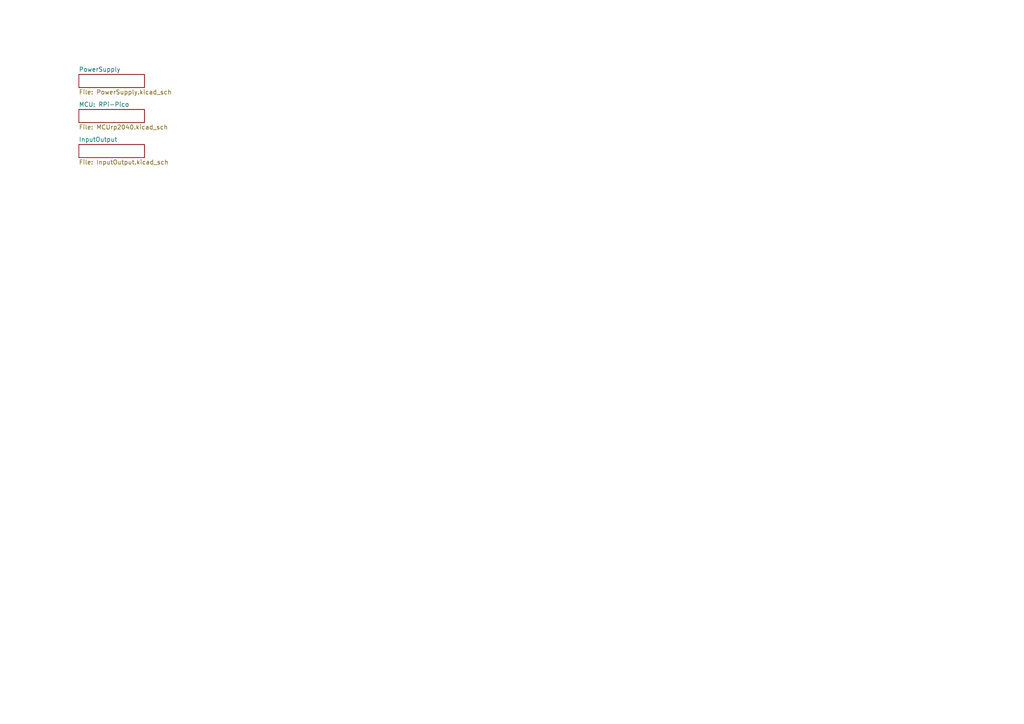
<source format=kicad_sch>
(kicad_sch (version 20230121) (generator eeschema)
  (paper "A4")
  (lib_symbols)
  (sheet (at 22.86 41.91) (size 19.05 3.81) (stroke (width 0.1524))
    (property "Sheetname" "InputOutput" (at 22.86 41.1984 0) (effects (justify left bottom)))
    (property "Sheetfile" "InputOutput.kicad_sch" (at 22.86 46.3046 0) (effects (justify left top)))
  )
  (sheet (at 22.86 21.59) (size 19.05 3.81) (stroke (width 0.1524))
    (property "Sheetname" "PowerSupply" (at 22.86 20.8784 0) (effects (justify left bottom)))
    (property "Sheetfile" "PowerSupply.kicad_sch" (at 22.86 25.9846 0) (effects (justify left top)))
  )
  (sheet (at 22.86 31.75) (size 19.05 3.81) (stroke (width 0.1524))
    (property "Sheetname" "MCU: RPi-Pico" (at 22.86 31.0384 0) (effects (justify left bottom)))
    (property "Sheetfile" "MCUrp2040.kicad_sch" (at 22.86 36.1446 0) (effects (justify left top)))
  )
)
</source>
